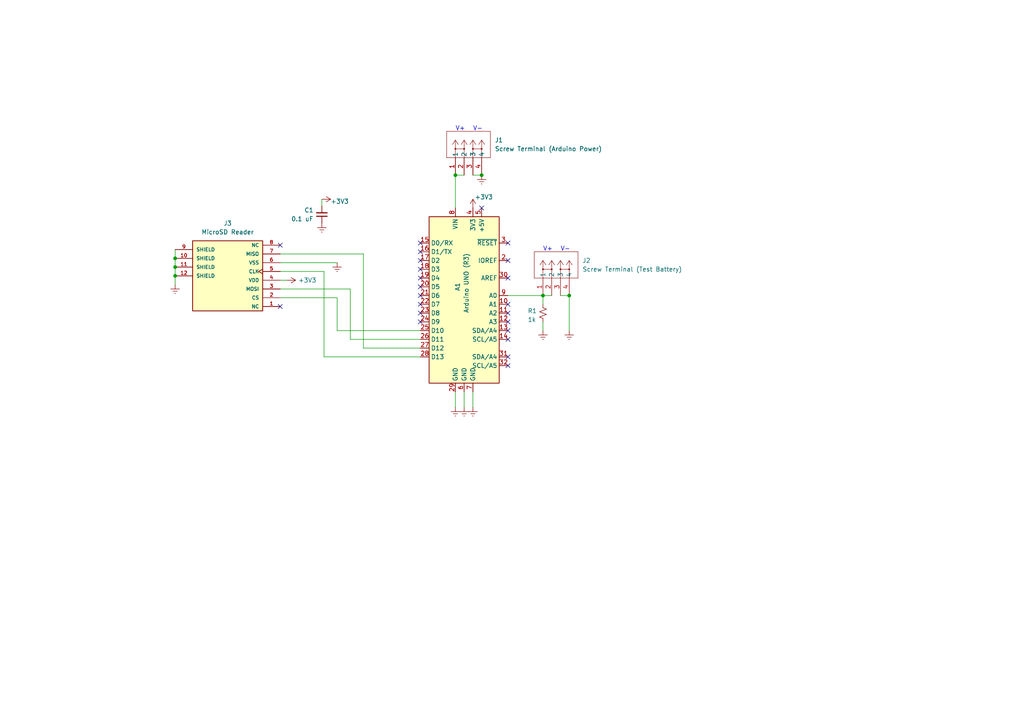
<source format=kicad_sch>
(kicad_sch (version 20211123) (generator eeschema)
  (paper "A4")
  (title_block (title "Battery Load Tester") (rev "A01"))
  (lib_symbols
    (symbol "Device:C_Small" (pin_numbers hide) (pin_names (offset 0.254) hide)
      (property "Reference" "C" (at 0.254 1.778 0))
      (property "Value" "C_Small" (at 0.254 -2.032 0))
      (symbol "C_Small_0_1"
        (polyline (pts (xy -1.524 -0.508) (xy 1.524 -0.508)) (stroke (width 0.3302)))
        (polyline (pts (xy -1.524 0.508) (xy 1.524 0.508)) (stroke (width 0.3048)))
      )
      (symbol "C_Small_1_1"
        (pin passive line (at 0 2.54 270) (length 2.032) (name "~") (number "1"))
        (pin passive line (at 0 -2.54 90) (length 2.032) (name "~") (number "2"))
      )
    )
    (symbol "Device:R_Small_US" (pin_numbers hide) (pin_names (offset 0.254) hide)
      (property "Reference" "R" (at 0.762 0.508 0))
      (property "Value" "R_Small_US" (at 0.762 -1.016 0))
      (symbol "R_Small_US_1_1"
        (polyline (pts (xy 0 0) (xy 1.016 -0.381) (xy 0 -0.762) (xy -1.016 -1.143) (xy 0 -1.524)))
        (polyline (pts (xy 0 1.524) (xy 1.016 1.143) (xy 0 0.762) (xy -1.016 0.381) (xy 0 0)))
        (pin passive line (at 0 2.54 270) (length 1.016) (name "~") (number "1"))
        (pin passive line (at 0 -2.54 90) (length 1.016) (name "~") (number "2"))
      )
    )
    (symbol "MCU_Module:Arduino_UNO_R3"
      (property "Reference" "A" (at -10.16 23.495 0))
      (property "Value" "Arduino_UNO_R3" (at 5.08 -26.67 0))
      (symbol "Arduino_UNO_R3_0_1"
        (rectangle (start -10.16 22.86) (end 10.16 -25.4) (stroke (width 0.254)) (fill (type background)))
      )
      (symbol "Arduino_UNO_R3_1_1"
        (pin no_connect line (at -10.16 -20.32 0) (length 2.54) hide (name "NC") (number "1"))
        (pin bidirectional line (at 12.7 -2.54 180) (length 2.54) (name "A1") (number "10"))
        (pin bidirectional line (at 12.7 -5.08 180) (length 2.54) (name "A2") (number "11"))
        (pin bidirectional line (at 12.7 -7.62 180) (length 2.54) (name "A3") (number "12"))
        (pin bidirectional line (at 12.7 -10.16 180) (length 2.54) (name "SDA/A4") (number "13"))
        (pin bidirectional line (at 12.7 -12.7 180) (length 2.54) (name "SCL/A5") (number "14"))
        (pin bidirectional line (at -12.7 15.24 0) (length 2.54) (name "D0/RX") (number "15"))
        (pin bidirectional line (at -12.7 12.7 0) (length 2.54) (name "D1/TX") (number "16"))
        (pin bidirectional line (at -12.7 10.16 0) (length 2.54) (name "D2") (number "17"))
        (pin bidirectional line (at -12.7 7.62 0) (length 2.54) (name "D3") (number "18"))
        (pin bidirectional line (at -12.7 5.08 0) (length 2.54) (name "D4") (number "19"))
        (pin output line (at 12.7 10.16 180) (length 2.54) (name "IOREF") (number "2"))
        (pin bidirectional line (at -12.7 2.54 0) (length 2.54) (name "D5") (number "20"))
        (pin bidirectional line (at -12.7 0 0) (length 2.54) (name "D6") (number "21"))
        (pin bidirectional line (at -12.7 -2.54 0) (length 2.54) (name "D7") (number "22"))
        (pin bidirectional line (at -12.7 -5.08 0) (length 2.54) (name "D8") (number "23"))
        (pin bidirectional line (at -12.7 -7.62 0) (length 2.54) (name "D9") (number "24"))
        (pin bidirectional line (at -12.7 -10.16 0) (length 2.54) (name "D10") (number "25"))
        (pin bidirectional line (at -12.7 -12.7 0) (length 2.54) (name "D11") (number "26"))
        (pin bidirectional line (at -12.7 -15.24 0) (length 2.54) (name "D12") (number "27"))
        (pin bidirectional line (at -12.7 -17.78 0) (length 2.54) (name "D13") (number "28"))
        (pin power_in line (at -2.54 -27.94 90) (length 2.54) (name "GND") (number "29"))
        (pin input line (at 12.7 15.24 180) (length 2.54) (name "~{RESET}") (number "3"))
        (pin input line (at 12.7 5.08 180) (length 2.54) (name "AREF") (number "30"))
        (pin bidirectional line (at 12.7 -17.78 180) (length 2.54) (name "SDA/A4") (number "31"))
        (pin bidirectional line (at 12.7 -20.32 180) (length 2.54) (name "SCL/A5") (number "32"))
        (pin power_out line (at 2.54 25.4 270) (length 2.54) (name "3V3") (number "4"))
        (pin power_out line (at 5.08 25.4 270) (length 2.54) (name "+5V") (number "5"))
        (pin power_in line (at 0 -27.94 90) (length 2.54) (name "GND") (number "6"))
        (pin power_in line (at 2.54 -27.94 90) (length 2.54) (name "GND") (number "7"))
        (pin power_in line (at -2.54 25.4 270) (length 2.54) (name "VIN") (number "8"))
        (pin bidirectional line (at 12.7 0 180) (length 2.54) (name "A0") (number "9"))
      )
    )
    (symbol "mad_custom_parts:2p_pushterminal_1824810000" (pin_names (offset 0.254))
      (property "Reference" "J" (at 8.89 6.35 0))
      (property "Value" "2p_pushterminal_1824810000" (at 2.54 -13.97 0))
      (symbol "2p_pushterminal_1824810000_1_1"
        (polyline (pts (xy 5.08 -10.16) (xy 12.7 -10.16)) (stroke (width 0.127)))
        (polyline (pts (xy 5.08 2.54) (xy 5.08 -10.16)) (stroke (width 0.127)))
        (polyline (pts (xy 7.62 -5.08) (xy 7.62 -7.62)) (stroke (width 0.127)))
        (polyline (pts (xy 7.62 0) (xy 7.62 -2.54)) (stroke (width 0.127)))
        (polyline (pts (xy 10.16 -7.62) (xy 5.08 -7.62)) (stroke (width 0.127)))
        (polyline (pts (xy 10.16 -7.62) (xy 8.89 -8.4667)) (stroke (width 0.127)))
        (polyline (pts (xy 10.16 -7.62) (xy 8.89 -6.7733)) (stroke (width 0.127)))
        (polyline (pts (xy 10.16 -5.08) (xy 5.08 -5.08)) (stroke (width 0.127)))
        (polyline (pts (xy 10.16 -5.08) (xy 8.89 -5.9267)) (stroke (width 0.127)))
        (polyline (pts (xy 10.16 -5.08) (xy 8.89 -4.2333)) (stroke (width 0.127)))
        (polyline (pts (xy 10.16 -2.54) (xy 5.08 -2.54)) (stroke (width 0.127)))
        (polyline (pts (xy 10.16 -2.54) (xy 8.89 -3.3867)) (stroke (width 0.127)))
        (polyline (pts (xy 10.16 -2.54) (xy 8.89 -1.6933)) (stroke (width 0.127)))
        (polyline (pts (xy 10.16 0) (xy 5.08 0)) (stroke (width 0.127)))
        (polyline (pts (xy 10.16 0) (xy 8.89 -0.8467)) (stroke (width 0.127)))
        (polyline (pts (xy 10.16 0) (xy 8.89 0.8467)) (stroke (width 0.127)))
        (polyline (pts (xy 12.7 -10.16) (xy 12.7 2.54)) (stroke (width 0.127)))
        (polyline (pts (xy 12.7 2.54) (xy 5.08 2.54)) (stroke (width 0.127)))
        (circle (center 7.62 -7.62) (radius 0.127) (stroke (width 0.254)))
        (circle (center 7.62 -5.08) (radius 0.127) (stroke (width 0.254)))
        (circle (center 7.62 -2.54) (radius 0.127) (stroke (width 0.254)))
        (circle (center 7.62 0) (radius 0.127) (stroke (width 0.254)))
        (pin bidirectional line (at 0 0 0) (length 5.08) (name "1") (number "1"))
        (pin bidirectional line (at 0 -2.54 0) (length 5.08) (name "2") (number "2"))
        (pin bidirectional line (at 0 -5.08 0) (length 5.08) (name "3") (number "3"))
        (pin bidirectional line (at 0 -7.62 0) (length 5.08) (name "4") (number "4"))
      )
      (symbol "2p_pushterminal_1824810000_1_2"
        (polyline (pts (xy 5.08 -10.16) (xy 12.7 -10.16)) (stroke (width 0.127)))
        (polyline (pts (xy 5.08 2.54) (xy 5.08 -10.16)) (stroke (width 0.127)))
        (polyline (pts (xy 6.35 -5.08) (xy 6.35 -7.62)) (stroke (width 0.127)))
        (polyline (pts (xy 6.35 0) (xy 6.35 -2.54)) (stroke (width 0.127)))
        (polyline (pts (xy 7.62 -7.62) (xy 5.08 -7.62)) (stroke (width 0.127)))
        (polyline (pts (xy 7.62 -7.62) (xy 8.89 -8.4667)) (stroke (width 0.127)))
        (polyline (pts (xy 7.62 -7.62) (xy 8.89 -6.7733)) (stroke (width 0.127)))
        (polyline (pts (xy 7.62 -5.08) (xy 5.08 -5.08)) (stroke (width 0.127)))
        (polyline (pts (xy 7.62 -5.08) (xy 8.89 -5.9267)) (stroke (width 0.127)))
        (polyline (pts (xy 7.62 -5.08) (xy 8.89 -4.2333)) (stroke (width 0.127)))
        (polyline (pts (xy 7.62 -2.54) (xy 5.08 -2.54)) (stroke (width 0.127)))
        (polyline (pts (xy 7.62 -2.54) (xy 8.89 -3.3867)) (stroke (width 0.127)))
        (polyline (pts (xy 7.62 -2.54) (xy 8.89 -1.6933)) (stroke (width 0.127)))
        (polyline (pts (xy 7.62 0) (xy 5.08 0)) (stroke (width 0.127)))
        (polyline (pts (xy 7.62 0) (xy 8.89 -0.8467)) (stroke (width 0.127)))
        (polyline (pts (xy 7.62 0) (xy 8.89 0.8467)) (stroke (width 0.127)))
        (polyline (pts (xy 12.7 -10.16) (xy 12.7 2.54)) (stroke (width 0.127)))
        (polyline (pts (xy 12.7 2.54) (xy 5.08 2.54)) (stroke (width 0.127)))
        (circle (center 6.35 -7.62) (radius 0.127) (stroke (width 0.254)))
        (circle (center 6.35 -5.08) (radius 0.127) (stroke (width 0.254)))
        (circle (center 6.35 -2.54) (radius 0.127) (stroke (width 0.254)))
        (circle (center 6.35 0) (radius 0.127) (stroke (width 0.254)))
        (pin unspecified line (at 0 0 0) (length 5.08) (name "1") (number "1"))
        (pin unspecified line (at 0 -2.54 0) (length 5.08) (name "2") (number "2"))
        (pin unspecified line (at 0 -5.08 0) (length 5.08) (name "3") (number "3"))
        (pin unspecified line (at 0 -7.62 0) (length 5.08) (name "4") (number "4"))
      )
    )
    (symbol "mad_custom_parts:microsd_2905-05WB-MG" (pin_names (offset 1.016))
      (property "Reference" "J" (at 20.3041 5.0959 0))
      (property "Value" "microsd_2905-05WB-MG" (at 7.62 7.62 0))
      (property "Datasheet" "https://multimedia.3m.com/mws/media/416257O/3mtm-card-connector-microsdtm-2900-series-ts2197.pdf" (at 0 15.24 0))
      (symbol "microsd_2905-05WB-MG_0_0"
        (rectangle (start 10.16 5.08) (end -10.16 -15.24) (stroke (width 0.254)) (fill (type background)))
        (pin bidirectional line (at 15.24 -13.97 180) (length 5.08) (name "NC") (number "1"))
        (pin bidirectional line (at -15.24 0 0) (length 5.08) (name "SHIELD") (number "10"))
        (pin bidirectional line (at -15.24 -2.54 0) (length 5.08) (name "SHIELD") (number "11"))
        (pin bidirectional line (at -15.24 -5.08 0) (length 5.08) (name "SHIELD") (number "12"))
        (pin bidirectional line (at 15.24 -11.43 180) (length 5.08) (name "CS") (number "2"))
        (pin bidirectional line (at 15.24 -8.89 180) (length 5.08) (name "MOSI") (number "3"))
        (pin power_in line (at 15.24 -6.35 180) (length 5.08) (name "VDD") (number "4"))
        (pin bidirectional clock (at 15.24 -3.81 180) (length 5.08) (name "CLK") (number "5"))
        (pin power_in line (at 15.24 -1.27 180) (length 5.08) (name "VSS") (number "6"))
        (pin bidirectional line (at 15.24 1.27 180) (length 5.08) (name "MISO") (number "7"))
        (pin bidirectional line (at 15.24 3.81 180) (length 5.08) (name "NC") (number "8"))
        (pin bidirectional line (at -15.24 2.54 0) (length 5.08) (name "SHIELD") (number "9"))
      )
    )
    (symbol "power:+3.3V" (power) (pin_names (offset 0))
      (property "Value" "+3.3V" (at 0 3.556 0))
      (symbol "+3.3V_0_1"
        (polyline (pts (xy -0.762 1.27) (xy 0 2.54)))
        (polyline (pts (xy 0 0) (xy 0 2.54)))
        (polyline (pts (xy 0 2.54) (xy 0.762 1.27)))
      )
      (symbol "+3.3V_1_1"
        (pin power_in line (at 0 0 90) (length 0) hide (name "+3V3") (number "1"))
      )
    )
    (symbol "power:Earth" (power) (pin_names (offset 0))
      (symbol "Earth_0_1"
        (polyline (pts (xy -0.635 -1.905) (xy 0.635 -1.905)))
        (polyline (pts (xy -0.127 -2.54) (xy 0.127 -2.54)))
        (polyline (pts (xy 0 -1.27) (xy 0 0)))
        (polyline (pts (xy 1.27 -1.27) (xy -1.27 -1.27)))
      )
      (symbol "Earth_1_1"
        (pin power_in line (at 0 0 270) (length 0) hide (name "Earth") (number "1"))
      )
    )
  )
  (junction (at 139.7 50.8))
  (junction (at 50.8 77.47))
  (junction (at 157.48 85.725))
  (junction (at 50.8 74.93))
  (junction (at 132.08 50.8))
  (junction (at 165.1 85.725))
  (junction (at 50.8 80.01))
  (no_connect (at 147.32 80.645))
  (no_connect (at 121.92 78.105))
  (no_connect (at 121.92 70.485))
  (no_connect (at 121.92 73.025))
  (no_connect (at 147.32 106.045))
  (no_connect (at 147.32 88.265))
  (no_connect (at 147.32 90.805))
  (no_connect (at 147.32 98.425))
  (no_connect (at 147.32 103.505))
  (no_connect (at 147.32 93.345))
  (no_connect (at 147.32 95.885))
  (no_connect (at 139.7 60.325))
  (no_connect (at 121.92 83.185))
  (no_connect (at 121.92 90.805))
  (no_connect (at 121.92 88.265))
  (no_connect (at 121.92 93.345))
  (no_connect (at 121.92 85.725))
  (no_connect (at 121.92 75.565))
  (no_connect (at 121.92 80.645))
  (no_connect (at 147.32 70.485))
  (no_connect (at 81.28 88.9))
  (no_connect (at 81.28 71.12))
  (no_connect (at 147.32 75.565))
  (wire (pts (xy 137.16 50.8) (xy 139.7 50.8)))
  (wire (pts (xy 93.345 57.785) (xy 93.345 59.69)))
  (wire (pts (xy 81.28 73.66) (xy 105.41 73.66)))
  (wire (pts (xy 157.48 85.725) (xy 160.02 85.725)))
  (wire (pts (xy 132.08 113.665) (xy 132.08 118.11)))
  (wire (pts (xy 165.1 85.725) (xy 165.1 95.885)))
  (wire (pts (xy 147.32 85.725) (xy 157.48 85.725)))
  (wire (pts (xy 81.28 83.82) (xy 101.6 83.82)))
  (wire (pts (xy 50.8 77.47) (xy 50.8 80.01)))
  (wire (pts (xy 101.6 98.425) (xy 121.92 98.425)))
  (wire (pts (xy 81.28 81.28) (xy 83.185 81.28)))
  (wire (pts (xy 157.48 85.725) (xy 157.48 88.265)))
  (wire (pts (xy 50.8 80.01) (xy 50.8 82.55)))
  (wire (pts (xy 134.62 113.665) (xy 134.62 118.11)))
  (wire (pts (xy 93.98 78.74) (xy 93.98 103.505)))
  (wire (pts (xy 93.98 103.505) (xy 121.92 103.505)))
  (wire (pts (xy 157.48 93.345) (xy 157.48 95.885)))
  (wire (pts (xy 132.08 50.8) (xy 134.62 50.8)))
  (wire (pts (xy 132.08 50.8) (xy 132.08 60.325)))
  (wire (pts (xy 162.56 85.725) (xy 165.1 85.725)))
  (wire (pts (xy 97.79 95.885) (xy 121.92 95.885)))
  (wire (pts (xy 50.8 74.93) (xy 50.8 77.47)))
  (wire (pts (xy 81.28 86.36) (xy 97.79 86.36)))
  (wire (pts (xy 105.41 73.66) (xy 105.41 100.965)))
  (wire (pts (xy 81.28 78.74) (xy 93.98 78.74)))
  (wire (pts (xy 50.8 72.39) (xy 50.8 74.93)))
  (wire (pts (xy 137.16 113.665) (xy 137.16 118.11)))
  (wire (pts (xy 81.28 76.2) (xy 97.79 76.2)))
  (wire (pts (xy 105.41 100.965) (xy 121.92 100.965)))
  (wire (pts (xy 97.79 86.36) (xy 97.79 95.885)))
  (wire (pts (xy 101.6 83.82) (xy 101.6 98.425)))
  (text "V-" (at 162.56 73.025 0) (effects (font (size 1.27 1.27)) (justify left bottom)))
  (text "V-" (at 137.16 38.1 0) (effects (font (size 1.27 1.27)) (justify left bottom)))
  (text "V+" (at 132.08 38.1 0) (effects (font (size 1.27 1.27)) (justify left bottom)))
  (text "V+" (at 157.48 73.025 0) (effects (font (size 1.27 1.27)) (justify left bottom)))
  (symbol (lib_id "power:Earth") (at 137.16 118.11 0) (unit 1)
    (property "Reference" "#PWR0112" (effects hide))
    (property "Value" "Earth" (effects hide))
  )
  (symbol (lib_id "power:Earth") (at 139.7 50.8 0) (unit 1)
    (property "Reference" "#PWR0101" (effects hide))
    (property "Value" "Earth" (effects hide))
  )
  (symbol (lib_id "power:+3.3V") (at 137.16 60.325 0) (unit 1)
    (property "Reference" "#PWR0104" (effects hide))
    (property "Value" "+3.3V" (at 140.335 57.15 0))
  )
  (symbol (lib_id "power:Earth") (at 97.79 76.2 0) (unit 1)
    (property "Reference" "#PWR0107" (effects hide))
    (property "Value" "Earth" (effects hide))
  )
  (symbol (lib_id "power:Earth") (at 165.1 95.885 0) (unit 1)
    (property "Reference" "#PWR0102" (effects hide))
    (property "Value" "Earth" (effects hide))
  )
  (symbol (lib_id "power:Earth") (at 134.62 118.11 0) (unit 1)
    (property "Reference" "#PWR0111" (effects hide))
    (property "Value" "Earth" (effects hide))
  )
  (symbol (lib_id "power:+3.3V") (at 83.185 81.28 270) (unit 1)
    (property "Reference" "#PWR0106" (effects hide))
    (property "Value" "+3.3V" (at 86.487 81.28 90) (effects (justify left)))
  )
  (symbol (lib_id "power:Earth") (at 132.08 118.11 0) (unit 1)
    (property "Reference" "#PWR0105" (effects hide))
    (property "Value" "Earth" (effects hide))
  )
  (symbol (lib_id "power:Earth") (at 157.48 95.885 0) (unit 1)
    (property "Reference" "#PWR0103" (effects hide))
    (property "Value" "Earth" (effects hide))
  )
  (symbol (lib_id "mad_custom_parts:2p_pushterminal_1824810000") (at 132.08 50.8 90) (unit 1)
    (property "Reference" "J1" (at 143.51 40.6399 90) (effects (justify right)))
    (property "Value" "Screw Terminal (Arduino Power)" (at 143.51 43.1799 90) (effects (justify right)))
    (property "Footprint" "mad_custom_parts:2p_pushterminal_1824810000" (effects hide))
    (property "Datasheet" "https://mm.digikey.com/Volume0/opasdata/d220001/medias/docus/605/1824810000.pdf" (effects hide))
  )
  (symbol (lib_id "Device:R_Small_US") (at 157.48 90.805 0) (unit 1)
    (property "Reference" "R1" (at 153.035 90.17 0) (effects (justify left)))
    (property "Value" "1k" (at 153.035 92.71 0) (effects (justify left)))
    (property "Footprint" "Resistor_SMD:R_0805_2012Metric" (effects hide))
  )
  (symbol (lib_id "power:Earth") (at 93.345 64.77 0) (unit 1)
    (property "Reference" "#PWR0109" (effects hide))
    (property "Value" "Earth" (effects hide))
  )
  (symbol (lib_id "power:Earth") (at 50.8 82.55 0) (unit 1)
    (property "Reference" "#PWR0110" (effects hide))
    (property "Value" "Earth" (effects hide))
  )
  (symbol (lib_id "MCU_Module:Arduino_UNO_R3") (at 134.62 85.725 0) (unit 1)
    (property "Reference" "A1" (at 132.715 84.455 90) (effects (justify left)))
    (property "Value" "Arduino UNO (R3)" (at 135.255 90.805 90) (effects (justify left)))
    (property "Footprint" "Module:Arduino_UNO_R3_WithMountingHoles" (effects hide))
    (property "Datasheet" "https://www.arduino.cc/en/Main/arduinoBoardUno" (effects hide))
  )
  (symbol (lib_id "mad_custom_parts:microsd_2905-05WB-MG") (at 66.04 74.93 0) (unit 1)
    (property "Reference" "J3" (at 66.04 64.77 0))
    (property "Value" "MicroSD Reader" (at 66.04 67.31 0))
    (property "Footprint" "mad_custom_parts:microsd_2908-05WB-MG" (effects hide))
    (property "Datasheet" "https://multimedia.3m.com/mws/media/416257O/3mtm-card-connector-microsdtm-2900-series-ts2197.pdf" (effects hide))
    (property "MANUFACTURER" "3M" (effects hide))
  )
  (symbol (lib_id "Device:C_Small") (at 93.345 62.23 180) (unit 1)
    (property "Reference" "C1" (at 88.265 60.96 0) (effects (justify right)))
    (property "Value" "0.1 uF" (at 84.455 63.5 0) (effects (justify right)))
    (property "Footprint" "Capacitor_SMD:C_0805_2012Metric" (effects hide))
  )
  (symbol (lib_id "power:+3.3V") (at 93.345 57.785 270) (unit 1)
    (property "Reference" "#PWR0108" (effects hide))
    (property "Value" "+3.3V" (at 95.885 58.42 90) (effects (justify left)))
  )
  (symbol (lib_id "mad_custom_parts:2p_pushterminal_1824810000") (at 157.48 85.725 90) (unit 1)
    (property "Reference" "J2" (at 168.91 75.5649 90) (effects (justify right)))
    (property "Value" "Screw Terminal (Test Battery)" (at 168.91 78.1049 90) (effects (justify right)))
    (property "Footprint" "mad_custom_parts:2p_pushterminal_1824810000" (effects hide))
    (property "Datasheet" "https://mm.digikey.com/Volume0/opasdata/d220001/medias/docus/605/1824810000.pdf" (effects hide))
  )
)
</source>
